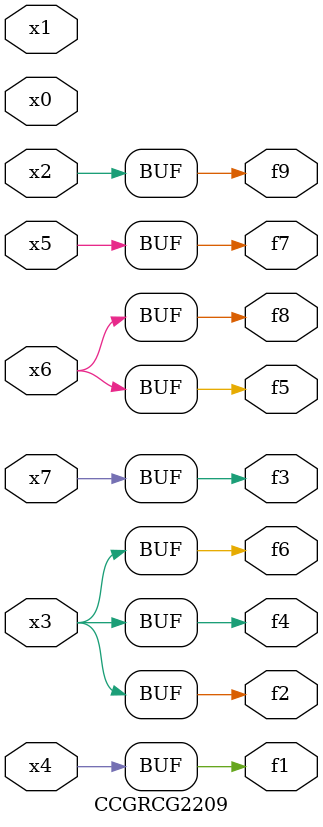
<source format=v>
module CCGRCG2209(
	input x0, x1, x2, x3, x4, x5, x6, x7,
	output f1, f2, f3, f4, f5, f6, f7, f8, f9
);
	assign f1 = x4;
	assign f2 = x3;
	assign f3 = x7;
	assign f4 = x3;
	assign f5 = x6;
	assign f6 = x3;
	assign f7 = x5;
	assign f8 = x6;
	assign f9 = x2;
endmodule

</source>
